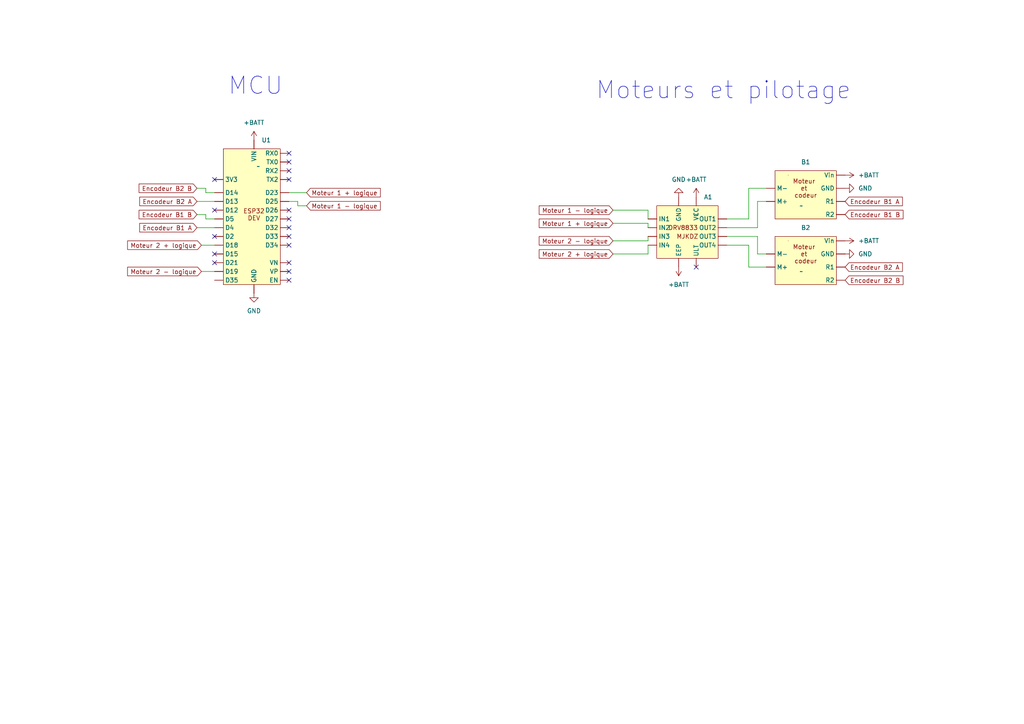
<source format=kicad_sch>
(kicad_sch (version 20230121) (generator eeschema)

  (uuid d0618208-95ef-41bd-971c-36ce25df318c)

  (paper "A4")

  (title_block
    (title "Micromouse")
  )

  (lib_symbols
    (symbol "micromouse:DRV8833_MJKDZ" (in_bom yes) (on_board yes)
      (property "Reference" "A" (at -2.54 1.27 0)
        (effects (font (size 1.27 1.27)))
      )
      (property "Value" "" (at 0 0 0)
        (effects (font (size 1.27 1.27)))
      )
      (property "Footprint" "" (at 0 0 0)
        (effects (font (size 1.27 1.27)) hide)
      )
      (property "Datasheet" "" (at 0 0 0)
        (effects (font (size 1.27 1.27)) hide)
      )
      (symbol "DRV8833_MJKDZ_1_1"
        (rectangle (start -11.43 2.54) (end 6.35 -12.7)
          (stroke (width 0) (type default))
          (fill (type background))
        )
        (text "DRV8833" (at -3.81 -3.81 0)
          (effects (font (size 1.27 1.27)))
        )
        (text "MJKDZ\n" (at -2.54 -6.35 0)
          (effects (font (size 1.27 1.27)))
        )
        (pin input line (at -5.08 -15.24 90) (length 2.54)
          (name "EEP" (effects (font (size 1.27 1.27))))
          (number "" (effects (font (size 1.27 1.27))))
        )
        (pin power_in line (at -5.08 5.08 270) (length 2.54)
          (name "GND" (effects (font (size 1.27 1.27))))
          (number "" (effects (font (size 1.27 1.27))))
        )
        (pin input line (at -13.97 -1.27 0) (length 2.54)
          (name "IN1" (effects (font (size 1.27 1.27))))
          (number "" (effects (font (size 1.27 1.27))))
        )
        (pin input line (at -13.97 -3.81 0) (length 2.54)
          (name "IN2" (effects (font (size 1.27 1.27))))
          (number "" (effects (font (size 1.27 1.27))))
        )
        (pin input line (at -13.97 -6.35 0) (length 2.54)
          (name "IN3" (effects (font (size 1.27 1.27))))
          (number "" (effects (font (size 1.27 1.27))))
        )
        (pin input line (at -13.97 -8.89 0) (length 2.54)
          (name "IN4" (effects (font (size 1.27 1.27))))
          (number "" (effects (font (size 1.27 1.27))))
        )
        (pin power_out line (at 8.89 -1.27 180) (length 2.54)
          (name "OUT1" (effects (font (size 1.27 1.27))))
          (number "" (effects (font (size 1.27 1.27))))
        )
        (pin power_out line (at 8.89 -3.81 180) (length 2.54)
          (name "OUT2" (effects (font (size 1.27 1.27))))
          (number "" (effects (font (size 1.27 1.27))))
        )
        (pin power_out line (at 8.89 -6.35 180) (length 2.54)
          (name "OUT3" (effects (font (size 1.27 1.27))))
          (number "" (effects (font (size 1.27 1.27))))
        )
        (pin power_out line (at 8.89 -8.89 180) (length 2.54)
          (name "OUT4" (effects (font (size 1.27 1.27))))
          (number "" (effects (font (size 1.27 1.27))))
        )
        (pin output line (at 0 -15.24 90) (length 2.54)
          (name "ULT" (effects (font (size 1.27 1.27))))
          (number "" (effects (font (size 1.27 1.27))))
        )
        (pin power_in line (at 0 5.08 270) (length 2.54)
          (name "VCC" (effects (font (size 1.27 1.27))))
          (number "" (effects (font (size 1.27 1.27))))
        )
      )
    )
    (symbol "micromouse:ESP32_Dev_Board" (in_bom yes) (on_board yes)
      (property "Reference" "U" (at 0 0 0)
        (effects (font (size 1.27 1.27)))
      )
      (property "Value" "" (at 0 0 0)
        (effects (font (size 1.27 1.27)))
      )
      (property "Footprint" "" (at 0 0 0)
        (effects (font (size 1.27 1.27)) hide)
      )
      (property "Datasheet" "" (at 0 0 0)
        (effects (font (size 1.27 1.27)) hide)
      )
      (symbol "ESP32_Dev_Board_1_1"
        (rectangle (start -10.16 5.08) (end 6.35 -34.29)
          (stroke (width 0) (type default))
          (fill (type background))
        )
        (text "ESP32\nDEV\n" (at -1.27 -13.97 0)
          (effects (font (size 1.27 1.27)))
        )
        (pin output line (at -12.7 -3.81 0) (length 2.54)
          (name "3V3" (effects (font (size 1.27 1.27))))
          (number "" (effects (font (size 1.27 1.27))))
        )
        (pin bidirectional line (at -12.7 -12.7 0) (length 2.54)
          (name "D12" (effects (font (size 1.27 1.27))))
          (number "" (effects (font (size 1.27 1.27))))
        )
        (pin bidirectional line (at -12.7 -10.16 0) (length 2.54)
          (name "D13" (effects (font (size 1.27 1.27))))
          (number "" (effects (font (size 1.27 1.27))))
        )
        (pin bidirectional line (at -12.7 -7.62 0) (length 2.54)
          (name "D14" (effects (font (size 1.27 1.27))))
          (number "" (effects (font (size 1.27 1.27))))
        )
        (pin bidirectional line (at -12.7 -25.4 0) (length 2.54)
          (name "D15" (effects (font (size 1.27 1.27))))
          (number "" (effects (font (size 1.27 1.27))))
        )
        (pin bidirectional line (at -12.7 -22.86 0) (length 2.54)
          (name "D18" (effects (font (size 1.27 1.27))))
          (number "" (effects (font (size 1.27 1.27))))
        )
        (pin bidirectional line (at -12.7 -30.48 0) (length 2.54)
          (name "D19" (effects (font (size 1.27 1.27))))
          (number "" (effects (font (size 1.27 1.27))))
        )
        (pin bidirectional line (at -12.7 -20.32 0) (length 2.54)
          (name "D2" (effects (font (size 1.27 1.27))))
          (number "" (effects (font (size 1.27 1.27))))
        )
        (pin bidirectional line (at -12.7 -27.94 0) (length 2.54)
          (name "D21" (effects (font (size 1.27 1.27))))
          (number "" (effects (font (size 1.27 1.27))))
        )
        (pin bidirectional line (at 8.89 -7.62 180) (length 2.54)
          (name "D23" (effects (font (size 1.27 1.27))))
          (number "" (effects (font (size 1.27 1.27))))
        )
        (pin bidirectional line (at 8.89 -10.16 180) (length 2.54)
          (name "D25" (effects (font (size 1.27 1.27))))
          (number "" (effects (font (size 1.27 1.27))))
        )
        (pin bidirectional line (at 8.89 -12.7 180) (length 2.54)
          (name "D26" (effects (font (size 1.27 1.27))))
          (number "" (effects (font (size 1.27 1.27))))
        )
        (pin bidirectional line (at 8.89 -15.24 180) (length 2.54)
          (name "D27" (effects (font (size 1.27 1.27))))
          (number "" (effects (font (size 1.27 1.27))))
        )
        (pin bidirectional line (at 8.89 -17.78 180) (length 2.54)
          (name "D32" (effects (font (size 1.27 1.27))))
          (number "" (effects (font (size 1.27 1.27))))
        )
        (pin bidirectional line (at 8.89 -20.32 180) (length 2.54)
          (name "D33" (effects (font (size 1.27 1.27))))
          (number "" (effects (font (size 1.27 1.27))))
        )
        (pin bidirectional line (at 8.89 -22.86 180) (length 2.54)
          (name "D34" (effects (font (size 1.27 1.27))))
          (number "" (effects (font (size 1.27 1.27))))
        )
        (pin bidirectional line (at -12.7 -33.02 0) (length 2.54)
          (name "D35" (effects (font (size 1.27 1.27))))
          (number "" (effects (font (size 1.27 1.27))))
        )
        (pin bidirectional line (at -12.7 -17.78 0) (length 2.54)
          (name "D4" (effects (font (size 1.27 1.27))))
          (number "" (effects (font (size 1.27 1.27))))
        )
        (pin bidirectional line (at -12.7 -15.24 0) (length 2.54)
          (name "D5" (effects (font (size 1.27 1.27))))
          (number "" (effects (font (size 1.27 1.27))))
        )
        (pin input line (at 8.89 -33.02 180) (length 2.54)
          (name "EN" (effects (font (size 1.27 1.27))))
          (number "" (effects (font (size 1.27 1.27))))
        )
        (pin power_out line (at -1.27 -36.83 90) (length 2.54)
          (name "GND" (effects (font (size 1.27 1.27))))
          (number "" (effects (font (size 1.27 1.27))))
        )
        (pin bidirectional line (at 8.89 3.81 180) (length 2.54)
          (name "RX0" (effects (font (size 1.27 1.27))))
          (number "" (effects (font (size 1.27 1.27))))
        )
        (pin bidirectional line (at 8.89 -1.27 180) (length 2.54)
          (name "RX2" (effects (font (size 1.27 1.27))))
          (number "" (effects (font (size 1.27 1.27))))
        )
        (pin bidirectional line (at 8.89 1.27 180) (length 2.54)
          (name "TX0" (effects (font (size 1.27 1.27))))
          (number "" (effects (font (size 1.27 1.27))))
        )
        (pin bidirectional line (at 8.89 -3.81 180) (length 2.54)
          (name "TX2" (effects (font (size 1.27 1.27))))
          (number "" (effects (font (size 1.27 1.27))))
        )
        (pin power_in line (at -1.27 7.62 270) (length 2.54)
          (name "VIN" (effects (font (size 1.27 1.27))))
          (number "" (effects (font (size 1.27 1.27))))
        )
        (pin input line (at 8.89 -27.94 180) (length 2.54)
          (name "VN" (effects (font (size 1.27 1.27))))
          (number "" (effects (font (size 1.27 1.27))))
        )
        (pin input line (at 8.89 -30.48 180) (length 2.54)
          (name "VP" (effects (font (size 1.27 1.27))))
          (number "" (effects (font (size 1.27 1.27))))
        )
      )
    )
    (symbol "micromouse:Moteur" (in_bom yes) (on_board yes)
      (property "Reference" "B" (at 2.54 -2.54 0)
        (effects (font (size 1.27 1.27)))
      )
      (property "Value" "" (at 2.54 -2.54 0)
        (effects (font (size 1.27 1.27)))
      )
      (property "Footprint" "" (at 2.54 -2.54 0)
        (effects (font (size 1.27 1.27)) hide)
      )
      (property "Datasheet" "" (at 2.54 -2.54 0)
        (effects (font (size 1.27 1.27)) hide)
      )
      (symbol "Moteur_0_1"
        (rectangle (start -1.27 6.35) (end -1.27 6.35)
          (stroke (width 0) (type default))
          (fill (type none))
        )
      )
      (symbol "Moteur_1_1"
        (rectangle (start -5.08 7.62) (end 12.7 -6.35)
          (stroke (width 0) (type default))
          (fill (type background))
        )
        (text "Moteur \net \ncodeur" (at 3.81 2.54 0)
          (effects (font (size 1.27 1.27)))
        )
        (pin power_in line (at 15.24 2.54 180) (length 2.54)
          (name "GND" (effects (font (size 1.27 1.27))))
          (number "" (effects (font (size 1.27 1.27))))
        )
        (pin power_in line (at -7.62 -1.27 0) (length 2.54)
          (name "M+" (effects (font (size 1.27 1.27))))
          (number "" (effects (font (size 1.27 1.27))))
        )
        (pin power_in line (at -7.62 2.54 0) (length 2.54)
          (name "M-" (effects (font (size 1.27 1.27))))
          (number "" (effects (font (size 1.27 1.27))))
        )
        (pin output line (at 15.24 -1.27 180) (length 2.54)
          (name "R1" (effects (font (size 1.27 1.27))))
          (number "" (effects (font (size 1.27 1.27))))
        )
        (pin output line (at 15.24 -5.08 180) (length 2.54)
          (name "R2" (effects (font (size 1.27 1.27))))
          (number "" (effects (font (size 1.27 1.27))))
        )
        (pin power_in line (at 15.24 6.35 180) (length 2.54)
          (name "Vin" (effects (font (size 1.27 1.27))))
          (number "" (effects (font (size 1.27 1.27))))
        )
      )
    )
    (symbol "power:+BATT" (power) (pin_names (offset 0)) (in_bom yes) (on_board yes)
      (property "Reference" "#PWR" (at 0 -3.81 0)
        (effects (font (size 1.27 1.27)) hide)
      )
      (property "Value" "+BATT" (at 0 3.556 0)
        (effects (font (size 1.27 1.27)))
      )
      (property "Footprint" "" (at 0 0 0)
        (effects (font (size 1.27 1.27)) hide)
      )
      (property "Datasheet" "" (at 0 0 0)
        (effects (font (size 1.27 1.27)) hide)
      )
      (property "ki_keywords" "global power battery" (at 0 0 0)
        (effects (font (size 1.27 1.27)) hide)
      )
      (property "ki_description" "Power symbol creates a global label with name \"+BATT\"" (at 0 0 0)
        (effects (font (size 1.27 1.27)) hide)
      )
      (symbol "+BATT_0_1"
        (polyline
          (pts
            (xy -0.762 1.27)
            (xy 0 2.54)
          )
          (stroke (width 0) (type default))
          (fill (type none))
        )
        (polyline
          (pts
            (xy 0 0)
            (xy 0 2.54)
          )
          (stroke (width 0) (type default))
          (fill (type none))
        )
        (polyline
          (pts
            (xy 0 2.54)
            (xy 0.762 1.27)
          )
          (stroke (width 0) (type default))
          (fill (type none))
        )
      )
      (symbol "+BATT_1_1"
        (pin power_in line (at 0 0 90) (length 0) hide
          (name "+BATT" (effects (font (size 1.27 1.27))))
          (number "1" (effects (font (size 1.27 1.27))))
        )
      )
    )
    (symbol "power:GND" (power) (pin_names (offset 0)) (in_bom yes) (on_board yes)
      (property "Reference" "#PWR" (at 0 -6.35 0)
        (effects (font (size 1.27 1.27)) hide)
      )
      (property "Value" "GND" (at 0 -3.81 0)
        (effects (font (size 1.27 1.27)))
      )
      (property "Footprint" "" (at 0 0 0)
        (effects (font (size 1.27 1.27)) hide)
      )
      (property "Datasheet" "" (at 0 0 0)
        (effects (font (size 1.27 1.27)) hide)
      )
      (property "ki_keywords" "global power" (at 0 0 0)
        (effects (font (size 1.27 1.27)) hide)
      )
      (property "ki_description" "Power symbol creates a global label with name \"GND\" , ground" (at 0 0 0)
        (effects (font (size 1.27 1.27)) hide)
      )
      (symbol "GND_0_1"
        (polyline
          (pts
            (xy 0 0)
            (xy 0 -1.27)
            (xy 1.27 -1.27)
            (xy 0 -2.54)
            (xy -1.27 -1.27)
            (xy 0 -1.27)
          )
          (stroke (width 0) (type default))
          (fill (type none))
        )
      )
      (symbol "GND_1_1"
        (pin power_in line (at 0 0 270) (length 0) hide
          (name "GND" (effects (font (size 1.27 1.27))))
          (number "1" (effects (font (size 1.27 1.27))))
        )
      )
    )
  )


  (no_connect (at 62.23 73.66) (uuid 0e333163-13d2-4b02-b5f2-a316b812c2e8))
  (no_connect (at 83.82 52.07) (uuid 12e7e680-a41a-4a70-87b2-2f1c21d012a0))
  (no_connect (at 83.82 81.28) (uuid 287eaacb-d6bf-4843-bd4e-d2617fefb3a5))
  (no_connect (at 83.82 66.04) (uuid 41ed651d-8f7b-4235-a4fc-f8a40c26246f))
  (no_connect (at 83.82 49.53) (uuid 6585869c-a3dd-4922-932b-27888b827d87))
  (no_connect (at 83.82 44.45) (uuid 7a4cbcc6-79f6-4bad-b18d-62e8f3f900d0))
  (no_connect (at 83.82 60.96) (uuid 84411ae5-2cc1-4bb3-9077-5301f063da37))
  (no_connect (at 83.82 71.12) (uuid 85e306f3-5420-4eb0-8b05-50a12dbc3e84))
  (no_connect (at 83.82 63.5) (uuid 8d755e6d-b60a-416c-b714-3b605926fc00))
  (no_connect (at 83.82 46.99) (uuid 9100e1c6-496e-4a8b-8edc-7375c307d763))
  (no_connect (at 62.23 68.58) (uuid a6984a6f-93bc-415e-9831-9719c54b94de))
  (no_connect (at 83.82 68.58) (uuid ad3b71bb-8136-4135-a9d6-340cae0bdc86))
  (no_connect (at 62.23 52.07) (uuid bb7bfdb7-5e71-49d6-88ac-6f6af069a72b))
  (no_connect (at 62.23 76.2) (uuid bbe94295-c1a4-4eeb-bd49-50622b8d04f5))
  (no_connect (at 83.82 76.2) (uuid c26a4e23-177d-44bc-b016-3e0ad0c8e0fc))
  (no_connect (at 201.93 77.47) (uuid cbe22b03-42c2-4fe1-8c3d-63bf4e868225))
  (no_connect (at 62.23 60.96) (uuid d7ad810b-b4b4-4aea-aff9-2ad05dab2394))
  (no_connect (at 83.82 78.74) (uuid fb0960f5-2eb2-4a3c-b8cd-2cff6dbd975a))

  (wire (pts (xy 58.42 71.12) (xy 62.23 71.12))
    (stroke (width 0) (type default))
    (uuid 093cd45c-2937-4c2c-92bc-fb7e6e0fe85b)
  )
  (wire (pts (xy 62.23 58.42) (xy 57.15 58.42))
    (stroke (width 0) (type default))
    (uuid 18d63024-c8e2-42db-9db4-2464172cea0f)
  )
  (wire (pts (xy 219.71 68.58) (xy 210.82 68.58))
    (stroke (width 0) (type default))
    (uuid 19ed0842-e4cb-4a74-b1c8-8d9d0d9aada1)
  )
  (wire (pts (xy 57.15 62.23) (xy 59.69 62.23))
    (stroke (width 0) (type default))
    (uuid 1e9cc199-3971-44de-ba57-d7b6b6d77fa2)
  )
  (wire (pts (xy 59.69 63.5) (xy 62.23 63.5))
    (stroke (width 0) (type default))
    (uuid 25a59370-a32d-4f27-b0ca-915e3a0f1267)
  )
  (wire (pts (xy 217.17 77.47) (xy 222.25 77.47))
    (stroke (width 0) (type default))
    (uuid 26040be1-f2bc-4a69-81b7-643b159ac896)
  )
  (wire (pts (xy 210.82 66.04) (xy 219.71 66.04))
    (stroke (width 0) (type default))
    (uuid 2f74808b-39db-43e7-8d95-7d78623065b0)
  )
  (wire (pts (xy 210.82 63.5) (xy 217.17 63.5))
    (stroke (width 0) (type default))
    (uuid 339aa189-bcf0-4622-932d-8968ece2cafe)
  )
  (wire (pts (xy 187.96 73.66) (xy 177.8 73.66))
    (stroke (width 0) (type default))
    (uuid 3d2be2ca-1568-491c-a865-47734a5ee7ee)
  )
  (wire (pts (xy 219.71 66.04) (xy 219.71 58.42))
    (stroke (width 0) (type default))
    (uuid 423852f6-e987-41da-9982-d3a04d47c671)
  )
  (wire (pts (xy 217.17 71.12) (xy 217.17 77.47))
    (stroke (width 0) (type default))
    (uuid 5c102740-3d8f-4810-bca0-c20e15196883)
  )
  (wire (pts (xy 177.8 60.96) (xy 187.96 60.96))
    (stroke (width 0) (type default))
    (uuid 5e0ea83a-a780-4271-aee3-75954f5b40ba)
  )
  (wire (pts (xy 187.96 69.85) (xy 187.96 68.58))
    (stroke (width 0) (type default))
    (uuid 61814914-c842-4877-9a55-5c206dfdbe1b)
  )
  (wire (pts (xy 187.96 60.96) (xy 187.96 63.5))
    (stroke (width 0) (type default))
    (uuid 6976ac39-7b6a-46c2-a209-05fd50d9d493)
  )
  (wire (pts (xy 88.9 59.69) (xy 86.36 59.69))
    (stroke (width 0) (type default))
    (uuid 6d634571-e95f-4cda-8bc6-a32382a09ac0)
  )
  (wire (pts (xy 187.96 73.66) (xy 187.96 71.12))
    (stroke (width 0) (type default))
    (uuid 6d946732-098f-4433-a0e0-9f5028d0e6c4)
  )
  (wire (pts (xy 219.71 73.66) (xy 219.71 68.58))
    (stroke (width 0) (type default))
    (uuid 71398cd6-1cae-41f7-96d9-c02374c8026e)
  )
  (wire (pts (xy 88.9 55.88) (xy 83.82 55.88))
    (stroke (width 0) (type default))
    (uuid 7bf3f4f2-5feb-4b48-b1ef-85bba8f1f43c)
  )
  (wire (pts (xy 177.8 69.85) (xy 187.96 69.85))
    (stroke (width 0) (type default))
    (uuid 8aebf52e-9e3a-4841-8f9e-5201eee428c4)
  )
  (wire (pts (xy 217.17 63.5) (xy 217.17 54.61))
    (stroke (width 0) (type default))
    (uuid 999acf04-3663-45d5-9ba8-64f7b351508f)
  )
  (wire (pts (xy 59.69 54.61) (xy 59.69 55.88))
    (stroke (width 0) (type default))
    (uuid a0330b6e-024d-4f22-962d-95066b6f4c74)
  )
  (wire (pts (xy 187.96 64.77) (xy 187.96 66.04))
    (stroke (width 0) (type default))
    (uuid a13320b7-a0d3-427f-95a7-4470851a4bfe)
  )
  (wire (pts (xy 59.69 55.88) (xy 62.23 55.88))
    (stroke (width 0) (type default))
    (uuid a5519e1c-eeaf-42a8-89b0-0edb5a0cf837)
  )
  (wire (pts (xy 59.69 62.23) (xy 59.69 63.5))
    (stroke (width 0) (type default))
    (uuid b8bce31f-49e9-4b55-9c1c-9bce76840f32)
  )
  (wire (pts (xy 58.42 78.74) (xy 62.23 78.74))
    (stroke (width 0) (type default))
    (uuid c45a2bf7-f761-42ea-8099-f5f7186076e2)
  )
  (wire (pts (xy 177.8 64.77) (xy 187.96 64.77))
    (stroke (width 0) (type default))
    (uuid c71dcab4-4b61-42fa-b8e9-ab378f754c90)
  )
  (wire (pts (xy 57.15 54.61) (xy 59.69 54.61))
    (stroke (width 0) (type default))
    (uuid c9c3c574-6be5-429b-bd2b-dfac515064f7)
  )
  (wire (pts (xy 210.82 71.12) (xy 217.17 71.12))
    (stroke (width 0) (type default))
    (uuid ca665b57-28ed-4706-81f9-2fc30427d8cb)
  )
  (wire (pts (xy 86.36 59.69) (xy 86.36 58.42))
    (stroke (width 0) (type default))
    (uuid d6471dab-5efe-4c62-8148-1dc439d6ecda)
  )
  (wire (pts (xy 219.71 58.42) (xy 222.25 58.42))
    (stroke (width 0) (type default))
    (uuid d6d26873-6fee-4af0-b7cb-af5a91765c62)
  )
  (wire (pts (xy 222.25 73.66) (xy 219.71 73.66))
    (stroke (width 0) (type default))
    (uuid e676abb5-4893-4d5b-8881-3f84847f967f)
  )
  (wire (pts (xy 217.17 54.61) (xy 222.25 54.61))
    (stroke (width 0) (type default))
    (uuid f19ccb13-c232-4241-96be-6239d1ad4032)
  )
  (wire (pts (xy 86.36 58.42) (xy 83.82 58.42))
    (stroke (width 0) (type default))
    (uuid fa447772-ac26-423b-891e-d5cc6db410a2)
  )
  (wire (pts (xy 62.23 66.04) (xy 57.15 66.04))
    (stroke (width 0) (type default))
    (uuid fb1cdafd-966a-4dc2-bf90-7d6d5e1416a4)
  )

  (text "Moteurs et pilotage" (at 172.72 29.21 0)
    (effects (font (size 5 5)) (justify left bottom))
    (uuid 5bab03fe-655c-4a3a-858f-7a6eadb2e3f1)
  )
  (text "MCU" (at 66.04 27.94 0)
    (effects (font (size 5 5)) (justify left bottom))
    (uuid ef571f5f-43d2-4738-a22c-aa6d1f13744e)
  )

  (global_label "Moteur 1 + logique" (shape input) (at 88.9 55.88 0) (fields_autoplaced)
    (effects (font (size 1.27 1.27)) (justify left))
    (uuid 22cb64a6-958d-4025-87c1-96f67373a6d6)
    (property "Intersheetrefs" "${INTERSHEET_REFS}" (at 110.8744 55.88 0)
      (effects (font (size 1.27 1.27)) (justify left) hide)
    )
  )
  (global_label "Moteur 2 - logique" (shape input) (at 177.8 69.85 180) (fields_autoplaced)
    (effects (font (size 1.27 1.27)) (justify right))
    (uuid 30d821c1-d1e1-43d9-a87c-09d2e6c0dc9b)
    (property "Intersheetrefs" "${INTERSHEET_REFS}" (at 155.8256 69.85 0)
      (effects (font (size 1.27 1.27)) (justify right) hide)
    )
  )
  (global_label "Moteur 1 - logique" (shape input) (at 88.9 59.69 0) (fields_autoplaced)
    (effects (font (size 1.27 1.27)) (justify left))
    (uuid 3bc21b1b-8c33-4c46-b62c-c4c166618df2)
    (property "Intersheetrefs" "${INTERSHEET_REFS}" (at 110.8744 59.69 0)
      (effects (font (size 1.27 1.27)) (justify left) hide)
    )
  )
  (global_label "Moteur 2 - logique" (shape input) (at 58.42 78.74 180) (fields_autoplaced)
    (effects (font (size 1.27 1.27)) (justify right))
    (uuid 51d99a7d-a297-4bd6-a98a-38427b14d00c)
    (property "Intersheetrefs" "${INTERSHEET_REFS}" (at 36.4456 78.74 0)
      (effects (font (size 1.27 1.27)) (justify right) hide)
    )
  )
  (global_label "Encodeur B1 B" (shape input) (at 245.11 62.23 0) (fields_autoplaced)
    (effects (font (size 1.27 1.27)) (justify left))
    (uuid 5c752390-8d04-41f8-a428-2cebaa6df9f0)
    (property "Intersheetrefs" "${INTERSHEET_REFS}" (at 262.4883 62.23 0)
      (effects (font (size 1.27 1.27)) (justify left) hide)
    )
  )
  (global_label "Encodeur B2 A" (shape input) (at 57.15 58.42 180) (fields_autoplaced)
    (effects (font (size 1.27 1.27)) (justify right))
    (uuid 6055a143-1572-4fa8-b86e-6b8c119281c3)
    (property "Intersheetrefs" "${INTERSHEET_REFS}" (at 39.9531 58.42 0)
      (effects (font (size 1.27 1.27)) (justify right) hide)
    )
  )
  (global_label "Encodeur B2 B" (shape input) (at 57.15 54.61 180) (fields_autoplaced)
    (effects (font (size 1.27 1.27)) (justify right))
    (uuid 7183805d-4f4e-485a-bb10-32d957593105)
    (property "Intersheetrefs" "${INTERSHEET_REFS}" (at 39.7717 54.61 0)
      (effects (font (size 1.27 1.27)) (justify right) hide)
    )
  )
  (global_label "Encodeur B2 B" (shape input) (at 245.11 81.28 0) (fields_autoplaced)
    (effects (font (size 1.27 1.27)) (justify left))
    (uuid 7457dc1c-112a-47b2-9fe9-d5b3802f7c56)
    (property "Intersheetrefs" "${INTERSHEET_REFS}" (at 262.4883 81.28 0)
      (effects (font (size 1.27 1.27)) (justify left) hide)
    )
  )
  (global_label "Encodeur B1 A" (shape input) (at 57.15 66.04 180) (fields_autoplaced)
    (effects (font (size 1.27 1.27)) (justify right))
    (uuid 77eb508f-93e6-4796-8c2f-de287f77a714)
    (property "Intersheetrefs" "${INTERSHEET_REFS}" (at 39.9531 66.04 0)
      (effects (font (size 1.27 1.27)) (justify right) hide)
    )
  )
  (global_label "Encodeur B2 A" (shape input) (at 245.11 77.47 0) (fields_autoplaced)
    (effects (font (size 1.27 1.27)) (justify left))
    (uuid 84c8b842-d6af-4b09-b1f5-fc31972e9407)
    (property "Intersheetrefs" "${INTERSHEET_REFS}" (at 262.3069 77.47 0)
      (effects (font (size 1.27 1.27)) (justify left) hide)
    )
  )
  (global_label "Moteur 2 + logique" (shape input) (at 177.8 73.66 180) (fields_autoplaced)
    (effects (font (size 1.27 1.27)) (justify right))
    (uuid 8b968724-e33e-4ec5-9722-1fc45b978415)
    (property "Intersheetrefs" "${INTERSHEET_REFS}" (at 155.8256 73.66 0)
      (effects (font (size 1.27 1.27)) (justify right) hide)
    )
  )
  (global_label "Moteur 2 + logique" (shape input) (at 58.42 71.12 180) (fields_autoplaced)
    (effects (font (size 1.27 1.27)) (justify right))
    (uuid a0db0154-22fe-4d11-9781-2b359d43ae29)
    (property "Intersheetrefs" "${INTERSHEET_REFS}" (at 36.4456 71.12 0)
      (effects (font (size 1.27 1.27)) (justify right) hide)
    )
  )
  (global_label "Moteur 1 - logique" (shape input) (at 177.8 60.96 180) (fields_autoplaced)
    (effects (font (size 1.27 1.27)) (justify right))
    (uuid b68395ca-7148-42cd-8679-d1373781834c)
    (property "Intersheetrefs" "${INTERSHEET_REFS}" (at 155.8256 60.96 0)
      (effects (font (size 1.27 1.27)) (justify right) hide)
    )
  )
  (global_label "Encodeur B1 B" (shape input) (at 57.15 62.23 180) (fields_autoplaced)
    (effects (font (size 1.27 1.27)) (justify right))
    (uuid becdc707-bef9-4d7e-8e63-a748bbf01e67)
    (property "Intersheetrefs" "${INTERSHEET_REFS}" (at 39.7717 62.23 0)
      (effects (font (size 1.27 1.27)) (justify right) hide)
    )
  )
  (global_label "Encodeur B1 A" (shape input) (at 245.11 58.42 0) (fields_autoplaced)
    (effects (font (size 1.27 1.27)) (justify left))
    (uuid c6cbfbf6-81b7-45c1-afe2-105ffa1f32c9)
    (property "Intersheetrefs" "${INTERSHEET_REFS}" (at 262.3069 58.42 0)
      (effects (font (size 1.27 1.27)) (justify left) hide)
    )
  )
  (global_label "Moteur 1 + logique" (shape input) (at 177.8 64.77 180) (fields_autoplaced)
    (effects (font (size 1.27 1.27)) (justify right))
    (uuid e6ab6263-66ab-47dc-8281-fde10543801a)
    (property "Intersheetrefs" "${INTERSHEET_REFS}" (at 155.8256 64.77 0)
      (effects (font (size 1.27 1.27)) (justify right) hide)
    )
  )

  (symbol (lib_id "micromouse:ESP32_Dev_Board") (at 74.93 48.26 0) (unit 1)
    (in_bom yes) (on_board yes) (dnp no) (fields_autoplaced)
    (uuid 00a601c5-34e4-4f90-b1a2-6ae323d8a6f1)
    (property "Reference" "U1" (at 75.8541 40.64 0)
      (effects (font (size 1.27 1.27)) (justify left))
    )
    (property "Value" "~" (at 74.93 48.26 0)
      (effects (font (size 1.27 1.27)))
    )
    (property "Footprint" "" (at 74.93 48.26 0)
      (effects (font (size 1.27 1.27)) hide)
    )
    (property "Datasheet" "" (at 74.93 48.26 0)
      (effects (font (size 1.27 1.27)) hide)
    )
    (pin "" (uuid a38d3c26-4f54-4398-87f9-20853985fb8a))
    (pin "" (uuid 1bbfd576-2516-4960-a33e-62aa75fbbf7d))
    (pin "" (uuid 3b586c48-e521-4dfd-91a6-61449344269c))
    (pin "" (uuid b3047877-cae5-4b5e-ae38-fbeb711669ed))
    (pin "" (uuid ec1c0544-6c2e-4a9c-a166-ad0d6bc5f979))
    (pin "" (uuid d6ee9480-324b-46c5-834b-eb8c37ab9663))
    (pin "" (uuid f614f97d-4f5b-4218-976a-af9a03f8f3d9))
    (pin "" (uuid b659bf9c-29b5-4b69-8a86-35254ee90788))
    (pin "" (uuid 953c2bf7-b8f0-45df-98ab-0b163fcfb09f))
    (pin "" (uuid adb891fc-a537-4ade-b83c-f43304e8593a))
    (pin "" (uuid d5938fb0-3c8e-4528-aafb-2779c95fe95b))
    (pin "" (uuid 5f8c5afa-d572-41fb-9e95-df4a9cb7bd10))
    (pin "" (uuid 7d09e4c3-50c5-4c40-83f8-a46024c80534))
    (pin "" (uuid dde575ed-b75d-4fc1-835f-86cc55af3c23))
    (pin "" (uuid c2abe4e4-8d82-4749-84cd-b287e74bcfca))
    (pin "" (uuid 44b4b95d-d75b-4d81-9c3c-fe6f26c9f259))
    (pin "" (uuid ab166943-d632-426f-bbe7-32bd59935fe6))
    (pin "" (uuid 296ab764-6b07-4412-8423-b463b25bee4d))
    (pin "" (uuid 299ad678-d4d5-42c4-85f3-eb878c055618))
    (pin "" (uuid 9432c9bd-5fe7-4b38-852d-eb188547c18c))
    (pin "" (uuid eb98e1f9-1cd1-4d4d-85a0-3cc4599029cd))
    (pin "" (uuid dded150f-8460-4a70-96bf-179b45443338))
    (pin "" (uuid 8aea5be5-1e09-49d1-8174-63a3758f2541))
    (pin "" (uuid 448afd80-28cb-47d9-9cfe-dc411c7b24ac))
    (pin "" (uuid d756d6bb-5f7b-4aff-af16-455ce691fec5))
    (pin "" (uuid 2a56cfbb-804f-48b3-a51c-4735daa83dd3))
    (pin "" (uuid 60dc017f-bebb-4fe9-9908-fc8a841f4b2b))
    (pin "" (uuid 64dbd5cc-c939-422e-b06c-7f218819592b))
    (instances
      (project "micromouse"
        (path "/d0618208-95ef-41bd-971c-36ce25df318c"
          (reference "U1") (unit 1)
        )
      )
    )
  )

  (symbol (lib_id "power:+BATT") (at 196.85 77.47 180) (unit 1)
    (in_bom yes) (on_board yes) (dnp no) (fields_autoplaced)
    (uuid 0faf03db-5cfd-4c9f-81c5-2c30e1b28593)
    (property "Reference" "#PWR09" (at 196.85 73.66 0)
      (effects (font (size 1.27 1.27)) hide)
    )
    (property "Value" "+BATT" (at 196.85 82.55 0)
      (effects (font (size 1.27 1.27)))
    )
    (property "Footprint" "" (at 196.85 77.47 0)
      (effects (font (size 1.27 1.27)) hide)
    )
    (property "Datasheet" "" (at 196.85 77.47 0)
      (effects (font (size 1.27 1.27)) hide)
    )
    (pin "1" (uuid 05a0bfea-69b7-436a-bcdd-569abe5882f6))
    (instances
      (project "micromouse"
        (path "/d0618208-95ef-41bd-971c-36ce25df318c"
          (reference "#PWR09") (unit 1)
        )
      )
    )
  )

  (symbol (lib_id "power:+BATT") (at 245.11 69.85 270) (unit 1)
    (in_bom yes) (on_board yes) (dnp no) (fields_autoplaced)
    (uuid 3a668b82-278e-4ab2-81d6-7729422793b6)
    (property "Reference" "#PWR04" (at 241.3 69.85 0)
      (effects (font (size 1.27 1.27)) hide)
    )
    (property "Value" "+BATT" (at 248.92 69.85 90)
      (effects (font (size 1.27 1.27)) (justify left))
    )
    (property "Footprint" "" (at 245.11 69.85 0)
      (effects (font (size 1.27 1.27)) hide)
    )
    (property "Datasheet" "" (at 245.11 69.85 0)
      (effects (font (size 1.27 1.27)) hide)
    )
    (pin "1" (uuid ad3d0eed-2cc6-478a-89b7-4beede9b2b9a))
    (instances
      (project "micromouse"
        (path "/d0618208-95ef-41bd-971c-36ce25df318c"
          (reference "#PWR04") (unit 1)
        )
      )
    )
  )

  (symbol (lib_id "power:GND") (at 73.66 85.09 0) (unit 1)
    (in_bom yes) (on_board yes) (dnp no) (fields_autoplaced)
    (uuid 40d1f6b0-5c5f-4017-af3d-59cef6dd928b)
    (property "Reference" "#PWR08" (at 73.66 91.44 0)
      (effects (font (size 1.27 1.27)) hide)
    )
    (property "Value" "GND" (at 73.66 90.17 0)
      (effects (font (size 1.27 1.27)))
    )
    (property "Footprint" "" (at 73.66 85.09 0)
      (effects (font (size 1.27 1.27)) hide)
    )
    (property "Datasheet" "" (at 73.66 85.09 0)
      (effects (font (size 1.27 1.27)) hide)
    )
    (pin "1" (uuid 80737f2e-1fee-4a89-9610-c25eac0825a3))
    (instances
      (project "micromouse"
        (path "/d0618208-95ef-41bd-971c-36ce25df318c"
          (reference "#PWR08") (unit 1)
        )
      )
    )
  )

  (symbol (lib_id "micromouse:Moteur") (at 229.87 57.15 0) (unit 1)
    (in_bom yes) (on_board yes) (dnp no) (fields_autoplaced)
    (uuid 900dc123-29bf-435c-9678-f8de22875940)
    (property "Reference" "B1" (at 233.68 46.99 0)
      (effects (font (size 1.27 1.27)))
    )
    (property "Value" "~" (at 232.41 59.69 0)
      (effects (font (size 1.27 1.27)))
    )
    (property "Footprint" "" (at 232.41 59.69 0)
      (effects (font (size 1.27 1.27)) hide)
    )
    (property "Datasheet" "" (at 232.41 59.69 0)
      (effects (font (size 1.27 1.27)) hide)
    )
    (pin "" (uuid b7982cd5-db52-4110-8a63-6044917607b6))
    (pin "" (uuid a8afc30d-3f36-4bc8-8b79-65f0c51d2f4a))
    (pin "" (uuid 81dac74f-60e5-4419-930d-90bcf5169ac0))
    (pin "" (uuid 27d817cc-2b40-4d6e-bc94-b3ec6f232f47))
    (pin "" (uuid ae4d1819-0e08-425a-9d9c-cf31cdba83a9))
    (pin "" (uuid b6a007c0-d2e8-425d-befd-a3f1c4b4b752))
    (instances
      (project "micromouse"
        (path "/d0618208-95ef-41bd-971c-36ce25df318c"
          (reference "B1") (unit 1)
        )
      )
    )
  )

  (symbol (lib_id "power:+BATT") (at 245.11 50.8 270) (unit 1)
    (in_bom yes) (on_board yes) (dnp no) (fields_autoplaced)
    (uuid 93b80705-726c-4a62-b1d2-8557234e9c34)
    (property "Reference" "#PWR03" (at 241.3 50.8 0)
      (effects (font (size 1.27 1.27)) hide)
    )
    (property "Value" "+BATT" (at 248.92 50.8 90)
      (effects (font (size 1.27 1.27)) (justify left))
    )
    (property "Footprint" "" (at 245.11 50.8 0)
      (effects (font (size 1.27 1.27)) hide)
    )
    (property "Datasheet" "" (at 245.11 50.8 0)
      (effects (font (size 1.27 1.27)) hide)
    )
    (pin "1" (uuid 71f9c207-faca-4c15-85ff-3f7b535bd937))
    (instances
      (project "micromouse"
        (path "/d0618208-95ef-41bd-971c-36ce25df318c"
          (reference "#PWR03") (unit 1)
        )
      )
    )
  )

  (symbol (lib_id "power:GND") (at 196.85 57.15 180) (unit 1)
    (in_bom yes) (on_board yes) (dnp no) (fields_autoplaced)
    (uuid a1881e61-3df3-44a9-8419-1ee6fe97d95e)
    (property "Reference" "#PWR07" (at 196.85 50.8 0)
      (effects (font (size 1.27 1.27)) hide)
    )
    (property "Value" "GND" (at 196.85 52.07 0)
      (effects (font (size 1.27 1.27)))
    )
    (property "Footprint" "" (at 196.85 57.15 0)
      (effects (font (size 1.27 1.27)) hide)
    )
    (property "Datasheet" "" (at 196.85 57.15 0)
      (effects (font (size 1.27 1.27)) hide)
    )
    (pin "1" (uuid 3adc190c-cb0f-4f2f-aa05-918be128edd7))
    (instances
      (project "micromouse"
        (path "/d0618208-95ef-41bd-971c-36ce25df318c"
          (reference "#PWR07") (unit 1)
        )
      )
    )
  )

  (symbol (lib_id "micromouse:DRV8833_MJKDZ") (at 201.93 62.23 0) (unit 1)
    (in_bom yes) (on_board yes) (dnp no) (fields_autoplaced)
    (uuid b78d16d9-127e-4e71-ac4d-e063bb8d438b)
    (property "Reference" "A1" (at 204.1241 57.15 0)
      (effects (font (size 1.27 1.27)) (justify left))
    )
    (property "Value" "~" (at 201.93 62.23 0)
      (effects (font (size 1.27 1.27)))
    )
    (property "Footprint" "" (at 201.93 62.23 0)
      (effects (font (size 1.27 1.27)) hide)
    )
    (property "Datasheet" "" (at 201.93 62.23 0)
      (effects (font (size 1.27 1.27)) hide)
    )
    (pin "" (uuid d6acb8e3-c155-4bb2-8fb5-720cc4009c94))
    (pin "" (uuid bb91f833-0171-42f8-85cb-5c8cb4d4d1c8))
    (pin "" (uuid 10f43565-208b-4999-8138-996d4acd1dba))
    (pin "" (uuid d1a8d2c8-acce-45be-8be7-fd0ac40125e0))
    (pin "" (uuid ac48ffe0-3e9d-4c2d-8300-98a49129814d))
    (pin "" (uuid 05e09091-09b3-442f-b235-64cd4cb59be4))
    (pin "" (uuid e5e5c886-6362-44a8-aef6-e812158ac45f))
    (pin "" (uuid 8db3e845-ee30-477b-a133-a21dbde4eaca))
    (pin "" (uuid e0883570-b3fb-48c7-b046-57bce76dfcf3))
    (pin "" (uuid cad72853-4143-45e5-b1bf-9a72e5941865))
    (pin "" (uuid 0d25617b-6788-48d9-b9c7-7dc8137a750b))
    (pin "" (uuid 6455b2ca-b947-4ab3-bfe5-d41e565c56fe))
    (instances
      (project "micromouse"
        (path "/d0618208-95ef-41bd-971c-36ce25df318c"
          (reference "A1") (unit 1)
        )
      )
    )
  )

  (symbol (lib_id "micromouse:Moteur") (at 229.87 76.2 0) (unit 1)
    (in_bom yes) (on_board yes) (dnp no) (fields_autoplaced)
    (uuid b7fb49e2-aa54-4dfc-8ba7-92476cf41e13)
    (property "Reference" "B2" (at 233.68 66.04 0)
      (effects (font (size 1.27 1.27)))
    )
    (property "Value" "~" (at 232.41 78.74 0)
      (effects (font (size 1.27 1.27)))
    )
    (property "Footprint" "" (at 232.41 78.74 0)
      (effects (font (size 1.27 1.27)) hide)
    )
    (property "Datasheet" "" (at 232.41 78.74 0)
      (effects (font (size 1.27 1.27)) hide)
    )
    (pin "" (uuid 6162980f-8c0b-4fd5-a36f-ccd4027ffc83))
    (pin "" (uuid 74faac99-b62f-4acb-a49a-e32f7fe786e4))
    (pin "" (uuid 9a622397-560f-427c-a1be-bc669f018a7e))
    (pin "" (uuid a28ca9b1-5e35-41c1-be46-4105baecc7bc))
    (pin "" (uuid ebec2d59-286f-4a4b-9292-c648e672cd4b))
    (pin "" (uuid e2baa379-63e8-4013-aa41-da7038ecde2e))
    (instances
      (project "micromouse"
        (path "/d0618208-95ef-41bd-971c-36ce25df318c"
          (reference "B2") (unit 1)
        )
      )
    )
  )

  (symbol (lib_id "power:GND") (at 245.11 73.66 90) (unit 1)
    (in_bom yes) (on_board yes) (dnp no) (fields_autoplaced)
    (uuid dce60ff8-0d46-4814-a30b-7ac0bc7cb4fa)
    (property "Reference" "#PWR05" (at 251.46 73.66 0)
      (effects (font (size 1.27 1.27)) hide)
    )
    (property "Value" "GND" (at 248.92 73.66 90)
      (effects (font (size 1.27 1.27)) (justify right))
    )
    (property "Footprint" "" (at 245.11 73.66 0)
      (effects (font (size 1.27 1.27)) hide)
    )
    (property "Datasheet" "" (at 245.11 73.66 0)
      (effects (font (size 1.27 1.27)) hide)
    )
    (pin "1" (uuid a4b9eab9-35ee-4208-88d2-06a506c5bc08))
    (instances
      (project "micromouse"
        (path "/d0618208-95ef-41bd-971c-36ce25df318c"
          (reference "#PWR05") (unit 1)
        )
      )
    )
  )

  (symbol (lib_id "power:+BATT") (at 201.93 57.15 0) (unit 1)
    (in_bom yes) (on_board yes) (dnp no) (fields_autoplaced)
    (uuid f8244175-0704-41a8-815c-4b2b3d929bfc)
    (property "Reference" "#PWR02" (at 201.93 60.96 0)
      (effects (font (size 1.27 1.27)) hide)
    )
    (property "Value" "+BATT" (at 201.93 52.07 0)
      (effects (font (size 1.27 1.27)))
    )
    (property "Footprint" "" (at 201.93 57.15 0)
      (effects (font (size 1.27 1.27)) hide)
    )
    (property "Datasheet" "" (at 201.93 57.15 0)
      (effects (font (size 1.27 1.27)) hide)
    )
    (pin "1" (uuid de107507-4752-4b58-9c78-2ce848065fe0))
    (instances
      (project "micromouse"
        (path "/d0618208-95ef-41bd-971c-36ce25df318c"
          (reference "#PWR02") (unit 1)
        )
      )
    )
  )

  (symbol (lib_id "power:GND") (at 245.11 54.61 90) (unit 1)
    (in_bom yes) (on_board yes) (dnp no) (fields_autoplaced)
    (uuid fbf51f04-7f58-46b8-80e9-09c273ed8378)
    (property "Reference" "#PWR06" (at 251.46 54.61 0)
      (effects (font (size 1.27 1.27)) hide)
    )
    (property "Value" "GND" (at 248.92 54.61 90)
      (effects (font (size 1.27 1.27)) (justify right))
    )
    (property "Footprint" "" (at 245.11 54.61 0)
      (effects (font (size 1.27 1.27)) hide)
    )
    (property "Datasheet" "" (at 245.11 54.61 0)
      (effects (font (size 1.27 1.27)) hide)
    )
    (pin "1" (uuid 31e9ee7c-a165-4247-8748-ffec64e9cb98))
    (instances
      (project "micromouse"
        (path "/d0618208-95ef-41bd-971c-36ce25df318c"
          (reference "#PWR06") (unit 1)
        )
      )
    )
  )

  (symbol (lib_id "power:+BATT") (at 73.66 40.64 0) (unit 1)
    (in_bom yes) (on_board yes) (dnp no) (fields_autoplaced)
    (uuid fecdddfe-b46f-41b1-8009-f5ef219dbcfc)
    (property "Reference" "#PWR01" (at 73.66 44.45 0)
      (effects (font (size 1.27 1.27)) hide)
    )
    (property "Value" "+BATT" (at 73.66 35.56 0)
      (effects (font (size 1.27 1.27)))
    )
    (property "Footprint" "" (at 73.66 40.64 0)
      (effects (font (size 1.27 1.27)) hide)
    )
    (property "Datasheet" "" (at 73.66 40.64 0)
      (effects (font (size 1.27 1.27)) hide)
    )
    (pin "1" (uuid 038d971a-d803-44d1-b507-93f4f78e87ab))
    (instances
      (project "micromouse"
        (path "/d0618208-95ef-41bd-971c-36ce25df318c"
          (reference "#PWR01") (unit 1)
        )
      )
    )
  )

  (sheet_instances
    (path "/" (page "1"))
  )
)

</source>
